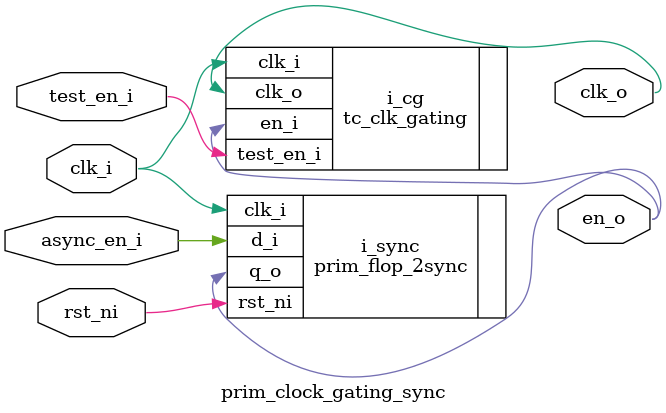
<source format=sv>

module prim_clock_gating_sync (
  input        clk_i,
  input        rst_ni,
  input        test_en_i,
  input        async_en_i,
  output logic en_o,
  output logic clk_o
);


  prim_flop_2sync #(
    .Width(1)
  ) i_sync (
    .clk_i,
    .rst_ni,
    .d_i(async_en_i),
    .q_o(en_o)
  );

  tc_clk_gating i_cg (
    .clk_i,
    .en_i(en_o),
    .test_en_i,
    .clk_o
  );


endmodule

</source>
